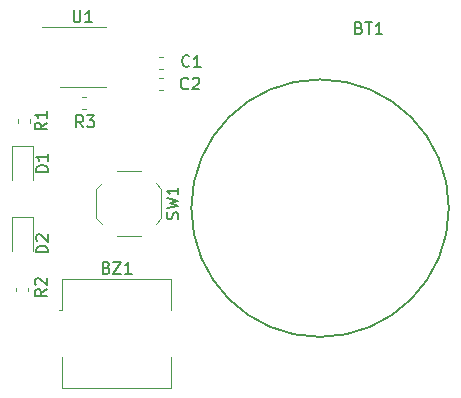
<source format=gbr>
G04 #@! TF.GenerationSoftware,KiCad,Pcbnew,(5.1.4-0-10_14)*
G04 #@! TF.CreationDate,2020-05-18T15:00:38+02:00*
G04 #@! TF.ProjectId,maskmeter,6d61736b-6d65-4746-9572-2e6b69636164,rev?*
G04 #@! TF.SameCoordinates,Original*
G04 #@! TF.FileFunction,Legend,Top*
G04 #@! TF.FilePolarity,Positive*
%FSLAX46Y46*%
G04 Gerber Fmt 4.6, Leading zero omitted, Abs format (unit mm)*
G04 Created by KiCad (PCBNEW (5.1.4-0-10_14)) date 2020-05-18 15:00:38*
%MOMM*%
%LPD*%
G04 APERTURE LIST*
%ADD10C,0.200000*%
%ADD11C,0.120000*%
%ADD12C,0.150000*%
G04 APERTURE END LIST*
D10*
X140100000Y-90400000D02*
G75*
G03X140100000Y-90400000I-10901835J0D01*
G01*
D11*
X107390000Y-99040000D02*
X107390000Y-96390000D01*
X107390000Y-96390000D02*
X116610000Y-96390000D01*
X116610000Y-96390000D02*
X116610000Y-99040000D01*
X116610000Y-102960000D02*
X116610000Y-105610000D01*
X116610000Y-105610000D02*
X107390000Y-105610000D01*
X107390000Y-105610000D02*
X107390000Y-102960000D01*
X107390000Y-99040000D02*
X107060000Y-99040000D01*
X115750000Y-88750000D02*
X115750000Y-91250000D01*
X114000000Y-87250000D02*
X112000000Y-87250000D01*
X110250000Y-88750000D02*
X110250000Y-91250000D01*
X114000000Y-92750000D02*
X112000000Y-92750000D01*
X115300000Y-88300000D02*
X115750000Y-88750000D01*
X115300000Y-91700000D02*
X115750000Y-91250000D01*
X110700000Y-91700000D02*
X110250000Y-91250000D01*
X110700000Y-88300000D02*
X110250000Y-88750000D01*
X109037221Y-82010000D02*
X109362779Y-82010000D01*
X109037221Y-80990000D02*
X109362779Y-80990000D01*
X103490000Y-97450279D02*
X103490000Y-97124721D01*
X104510000Y-97450279D02*
X104510000Y-97124721D01*
X104610000Y-83162779D02*
X104610000Y-82837221D01*
X103590000Y-83162779D02*
X103590000Y-82837221D01*
X103090000Y-91152500D02*
X103090000Y-94037500D01*
X104910000Y-91152500D02*
X103090000Y-91152500D01*
X104910000Y-94037500D02*
X104910000Y-91152500D01*
X103090000Y-85152500D02*
X103090000Y-88037500D01*
X104910000Y-85152500D02*
X103090000Y-85152500D01*
X104910000Y-88037500D02*
X104910000Y-85152500D01*
X115537221Y-80410000D02*
X115862779Y-80410000D01*
X115537221Y-79390000D02*
X115862779Y-79390000D01*
X115862779Y-77590000D02*
X115537221Y-77590000D01*
X115862779Y-78610000D02*
X115537221Y-78610000D01*
X109100000Y-75040000D02*
X105650000Y-75040000D01*
X109100000Y-75040000D02*
X111050000Y-75040000D01*
X109100000Y-80160000D02*
X107150000Y-80160000D01*
X109100000Y-80160000D02*
X111050000Y-80160000D01*
D12*
X132514285Y-75128571D02*
X132657142Y-75176190D01*
X132704761Y-75223809D01*
X132752380Y-75319047D01*
X132752380Y-75461904D01*
X132704761Y-75557142D01*
X132657142Y-75604761D01*
X132561904Y-75652380D01*
X132180952Y-75652380D01*
X132180952Y-74652380D01*
X132514285Y-74652380D01*
X132609523Y-74700000D01*
X132657142Y-74747619D01*
X132704761Y-74842857D01*
X132704761Y-74938095D01*
X132657142Y-75033333D01*
X132609523Y-75080952D01*
X132514285Y-75128571D01*
X132180952Y-75128571D01*
X133038095Y-74652380D02*
X133609523Y-74652380D01*
X133323809Y-75652380D02*
X133323809Y-74652380D01*
X134466666Y-75652380D02*
X133895238Y-75652380D01*
X134180952Y-75652380D02*
X134180952Y-74652380D01*
X134085714Y-74795238D01*
X133990476Y-74890476D01*
X133895238Y-74938095D01*
X111119047Y-95428571D02*
X111261904Y-95476190D01*
X111309523Y-95523809D01*
X111357142Y-95619047D01*
X111357142Y-95761904D01*
X111309523Y-95857142D01*
X111261904Y-95904761D01*
X111166666Y-95952380D01*
X110785714Y-95952380D01*
X110785714Y-94952380D01*
X111119047Y-94952380D01*
X111214285Y-95000000D01*
X111261904Y-95047619D01*
X111309523Y-95142857D01*
X111309523Y-95238095D01*
X111261904Y-95333333D01*
X111214285Y-95380952D01*
X111119047Y-95428571D01*
X110785714Y-95428571D01*
X111690476Y-94952380D02*
X112357142Y-94952380D01*
X111690476Y-95952380D01*
X112357142Y-95952380D01*
X113261904Y-95952380D02*
X112690476Y-95952380D01*
X112976190Y-95952380D02*
X112976190Y-94952380D01*
X112880952Y-95095238D01*
X112785714Y-95190476D01*
X112690476Y-95238095D01*
X117154761Y-91333333D02*
X117202380Y-91190476D01*
X117202380Y-90952380D01*
X117154761Y-90857142D01*
X117107142Y-90809523D01*
X117011904Y-90761904D01*
X116916666Y-90761904D01*
X116821428Y-90809523D01*
X116773809Y-90857142D01*
X116726190Y-90952380D01*
X116678571Y-91142857D01*
X116630952Y-91238095D01*
X116583333Y-91285714D01*
X116488095Y-91333333D01*
X116392857Y-91333333D01*
X116297619Y-91285714D01*
X116250000Y-91238095D01*
X116202380Y-91142857D01*
X116202380Y-90904761D01*
X116250000Y-90761904D01*
X116202380Y-90428571D02*
X117202380Y-90190476D01*
X116488095Y-90000000D01*
X117202380Y-89809523D01*
X116202380Y-89571428D01*
X117202380Y-88666666D02*
X117202380Y-89238095D01*
X117202380Y-88952380D02*
X116202380Y-88952380D01*
X116345238Y-89047619D01*
X116440476Y-89142857D01*
X116488095Y-89238095D01*
X109133333Y-83552380D02*
X108800000Y-83076190D01*
X108561904Y-83552380D02*
X108561904Y-82552380D01*
X108942857Y-82552380D01*
X109038095Y-82600000D01*
X109085714Y-82647619D01*
X109133333Y-82742857D01*
X109133333Y-82885714D01*
X109085714Y-82980952D01*
X109038095Y-83028571D01*
X108942857Y-83076190D01*
X108561904Y-83076190D01*
X109466666Y-82552380D02*
X110085714Y-82552380D01*
X109752380Y-82933333D01*
X109895238Y-82933333D01*
X109990476Y-82980952D01*
X110038095Y-83028571D01*
X110085714Y-83123809D01*
X110085714Y-83361904D01*
X110038095Y-83457142D01*
X109990476Y-83504761D01*
X109895238Y-83552380D01*
X109609523Y-83552380D01*
X109514285Y-83504761D01*
X109466666Y-83457142D01*
X106052380Y-97266666D02*
X105576190Y-97600000D01*
X106052380Y-97838095D02*
X105052380Y-97838095D01*
X105052380Y-97457142D01*
X105100000Y-97361904D01*
X105147619Y-97314285D01*
X105242857Y-97266666D01*
X105385714Y-97266666D01*
X105480952Y-97314285D01*
X105528571Y-97361904D01*
X105576190Y-97457142D01*
X105576190Y-97838095D01*
X105147619Y-96885714D02*
X105100000Y-96838095D01*
X105052380Y-96742857D01*
X105052380Y-96504761D01*
X105100000Y-96409523D01*
X105147619Y-96361904D01*
X105242857Y-96314285D01*
X105338095Y-96314285D01*
X105480952Y-96361904D01*
X106052380Y-96933333D01*
X106052380Y-96314285D01*
X106052380Y-83166666D02*
X105576190Y-83500000D01*
X106052380Y-83738095D02*
X105052380Y-83738095D01*
X105052380Y-83357142D01*
X105100000Y-83261904D01*
X105147619Y-83214285D01*
X105242857Y-83166666D01*
X105385714Y-83166666D01*
X105480952Y-83214285D01*
X105528571Y-83261904D01*
X105576190Y-83357142D01*
X105576190Y-83738095D01*
X106052380Y-82214285D02*
X106052380Y-82785714D01*
X106052380Y-82500000D02*
X105052380Y-82500000D01*
X105195238Y-82595238D01*
X105290476Y-82690476D01*
X105338095Y-82785714D01*
X106152380Y-94138095D02*
X105152380Y-94138095D01*
X105152380Y-93900000D01*
X105200000Y-93757142D01*
X105295238Y-93661904D01*
X105390476Y-93614285D01*
X105580952Y-93566666D01*
X105723809Y-93566666D01*
X105914285Y-93614285D01*
X106009523Y-93661904D01*
X106104761Y-93757142D01*
X106152380Y-93900000D01*
X106152380Y-94138095D01*
X105247619Y-93185714D02*
X105200000Y-93138095D01*
X105152380Y-93042857D01*
X105152380Y-92804761D01*
X105200000Y-92709523D01*
X105247619Y-92661904D01*
X105342857Y-92614285D01*
X105438095Y-92614285D01*
X105580952Y-92661904D01*
X106152380Y-93233333D01*
X106152380Y-92614285D01*
X106152380Y-87338095D02*
X105152380Y-87338095D01*
X105152380Y-87100000D01*
X105200000Y-86957142D01*
X105295238Y-86861904D01*
X105390476Y-86814285D01*
X105580952Y-86766666D01*
X105723809Y-86766666D01*
X105914285Y-86814285D01*
X106009523Y-86861904D01*
X106104761Y-86957142D01*
X106152380Y-87100000D01*
X106152380Y-87338095D01*
X106152380Y-85814285D02*
X106152380Y-86385714D01*
X106152380Y-86100000D02*
X105152380Y-86100000D01*
X105295238Y-86195238D01*
X105390476Y-86290476D01*
X105438095Y-86385714D01*
X118033333Y-80257142D02*
X117985714Y-80304761D01*
X117842857Y-80352380D01*
X117747619Y-80352380D01*
X117604761Y-80304761D01*
X117509523Y-80209523D01*
X117461904Y-80114285D01*
X117414285Y-79923809D01*
X117414285Y-79780952D01*
X117461904Y-79590476D01*
X117509523Y-79495238D01*
X117604761Y-79400000D01*
X117747619Y-79352380D01*
X117842857Y-79352380D01*
X117985714Y-79400000D01*
X118033333Y-79447619D01*
X118414285Y-79447619D02*
X118461904Y-79400000D01*
X118557142Y-79352380D01*
X118795238Y-79352380D01*
X118890476Y-79400000D01*
X118938095Y-79447619D01*
X118985714Y-79542857D01*
X118985714Y-79638095D01*
X118938095Y-79780952D01*
X118366666Y-80352380D01*
X118985714Y-80352380D01*
X118133333Y-78357142D02*
X118085714Y-78404761D01*
X117942857Y-78452380D01*
X117847619Y-78452380D01*
X117704761Y-78404761D01*
X117609523Y-78309523D01*
X117561904Y-78214285D01*
X117514285Y-78023809D01*
X117514285Y-77880952D01*
X117561904Y-77690476D01*
X117609523Y-77595238D01*
X117704761Y-77500000D01*
X117847619Y-77452380D01*
X117942857Y-77452380D01*
X118085714Y-77500000D01*
X118133333Y-77547619D01*
X119085714Y-78452380D02*
X118514285Y-78452380D01*
X118800000Y-78452380D02*
X118800000Y-77452380D01*
X118704761Y-77595238D01*
X118609523Y-77690476D01*
X118514285Y-77738095D01*
X108338095Y-73652380D02*
X108338095Y-74461904D01*
X108385714Y-74557142D01*
X108433333Y-74604761D01*
X108528571Y-74652380D01*
X108719047Y-74652380D01*
X108814285Y-74604761D01*
X108861904Y-74557142D01*
X108909523Y-74461904D01*
X108909523Y-73652380D01*
X109909523Y-74652380D02*
X109338095Y-74652380D01*
X109623809Y-74652380D02*
X109623809Y-73652380D01*
X109528571Y-73795238D01*
X109433333Y-73890476D01*
X109338095Y-73938095D01*
M02*

</source>
